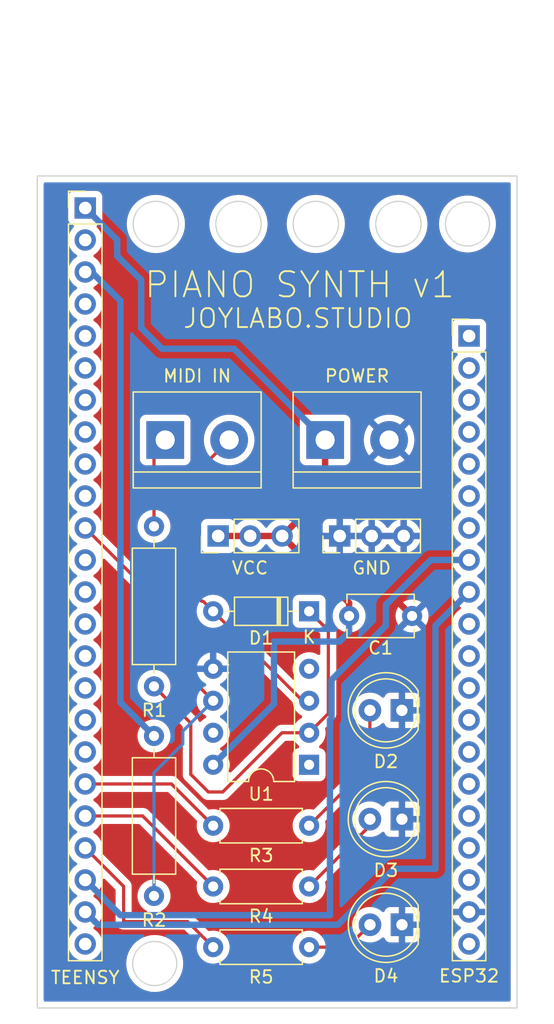
<source format=kicad_pcb>
(kicad_pcb (version 20211014) (generator pcbnew)
  (title_block (title "Piano Synth") (date "2022-05-25") (rev "v1") (company "JOYLABO.STUDIO") (comment 1 "Pool Piano @ Echigo Tsumari"))
  (layers (0 "F.Cu" signal) (31 "B.Cu" signal) (36 "B.SilkS" user "B.Silkscreen") (37 "F.SilkS" user "F.Silkscreen") (38 "B.Mask" user) (39 "F.Mask" user) (44 "Edge.Cuts" user))
  (net 0 "")
  (net 1 "VCC")
  (net 2 "GND")
  (net 3 "Net-(D1-Pad1)")
  (net 4 "Net-(D1-Pad2)")
  (net 5 "Net-(D2-Pad2)")
  (net 6 "Net-(D3-Pad2)")
  (net 7 "Net-(D4-Pad2)")
  (net 8 "Net-(J1-Pad1)")
  (net 9 "+3V3")
  (net 10 "Net-(R2-Pad2)")
  (net 17 "Net-(U2-Pad27)")
  (net 23 "Net-(U3-Pad26)")
  (net 45 "Net-(U3-Pad30)")
  (net 46 "Net-(U3-Pad29)")
  (net 47 "Net-(U3-Pad28)")
  (footprint "Connector_PinHeader_2.54mm:PinHeader_1x03_P2.54mm_Vertical" (layer "F.Cu") (at 109.616 89.535 90)
    (fp_text reference "VCC" (at -2.54 2.525) (layer "F.SilkS"))
    (fp_text value "Conn_01x03_Male")
    (fp_line (start -1.33 1.27) (end 1.33 1.27) (layer "F.SilkS") (width 0.12))
    (fp_line (start -1.33 -1.33) (end 0 -1.33) (layer "F.SilkS") (width 0.12))
    (fp_line (start -1.33 6.41) (end 1.33 6.41) (layer "F.SilkS") (width 0.12))
    (fp_line (start -1.33 1.27) (end -1.33 6.41) (layer "F.SilkS") (width 0.12))
    (fp_line (start -1.33 0) (end -1.33 -1.33) (layer "F.SilkS") (width 0.12))
    (fp_line (start 1.33 1.27) (end 1.33 6.41) (layer "F.SilkS") (width 0.12))
    (pad "1" thru_hole rect (at 0 0 90) (size 1.7 1.7) (drill 1) (layers *.Cu *.Mask) (net 1 "VCC"))
    (pad "2" thru_hole oval (at 0 2.54 90) (size 1.7 1.7) (drill 1) (layers *.Cu *.Mask) (net 1 "VCC"))
    (pad "3" thru_hole oval (at 0 5.08 90) (size 1.7 1.7) (drill 1) (layers *.Cu *.Mask) (net 1 "VCC"))
  )
  (footprint "TerminalBlock:TerminalBlock_bornier-2_P5.08mm" (layer "F.Cu") (at 105.41 81.915)
    (fp_text reference "MIDI IN" (at 2.54 -5.08) (layer "F.SilkS"))
    (fp_text value "Screw_Terminal_01x02")
    (fp_line (start -2.54 -3.81) (end -2.54 3.81) (layer "F.SilkS") (width 0.12))
    (fp_line (start 7.62 3.81) (end 7.62 -3.81) (layer "F.SilkS") (width 0.12))
    (fp_line (start -2.54 3.81) (end 7.62 3.81) (layer "F.SilkS") (width 0.12))
    (fp_line (start 7.62 2.54) (end -2.54 2.54) (layer "F.SilkS") (width 0.12))
    (fp_line (start 7.62 -3.81) (end -2.54 -3.81) (layer "F.SilkS") (width 0.12))
    (pad "1" thru_hole rect (at 0 0) (size 3 3) (drill 1.52) (layers *.Cu *.Mask) (net 8 "Net-(J1-Pad1)"))
    (pad "2" thru_hole circle (at 5.08 0) (size 3 3) (drill 1.52) (layers *.Cu *.Mask) (net 4 "Net-(D1-Pad2)"))
  )
  (footprint "Resistor_THT:R_Axial_DIN0207_L6.3mm_D2.5mm_P7.62mm_Horizontal" (layer "F.Cu") (at 116.84 122.174 180)
    (fp_text reference "R5" (at 3.81 -2.37) (layer "F.SilkS"))
    (fp_text value "68")
    (fp_line (start 0.54 1.04) (end 0.54 1.37) (layer "F.SilkS") (width 0.12))
    (fp_line (start 0.54 -1.04) (end 0.54 -1.37) (layer "F.SilkS") (width 0.12))
    (fp_line (start 0.54 -1.37) (end 7.08 -1.37) (layer "F.SilkS") (width 0.12))
    (fp_line (start 7.08 1.37) (end 7.08 1.04) (layer "F.SilkS") (width 0.12))
    (fp_line (start 0.54 1.37) (end 7.08 1.37) (layer "F.SilkS") (width 0.12))
    (fp_line (start 7.08 -1.37) (end 7.08 -1.04) (layer "F.SilkS") (width 0.12))
    (pad "1" thru_hole circle (at 0 0 180) (size 1.6 1.6) (drill 0.8) (layers *.Cu *.Mask) (net 7 "Net-(D4-Pad2)"))
    (pad "2" thru_hole oval (at 7.62 0 180) (size 1.6 1.6) (drill 0.8) (layers *.Cu *.Mask) (net 47 "Net-(U3-Pad28)"))
  )
  (footprint "Resistor_THT:R_Axial_DIN0309_L9.0mm_D3.2mm_P12.70mm_Horizontal" (layer "F.Cu") (at 104.521 105.41 -90)
    (fp_text reference "R2" (at 14.615 -0.01) (layer "F.SilkS"))
    (fp_text value "470")
    (fp_line (start 1.04 0) (end 1.73 0) (layer "F.SilkS") (width 0.12))
    (fp_line (start 10.97 1.72) (end 10.97 -1.72) (layer "F.SilkS") (width 0.12))
    (fp_line (start 1.73 -1.72) (end 1.73 1.72) (layer "F.SilkS") (width 0.12))
    (fp_line (start 11.66 0) (end 10.97 0) (layer "F.SilkS") (width 0.12))
    (fp_line (start 10.97 -1.72) (end 1.73 -1.72) (layer "F.SilkS") (width 0.12))
    (fp_line (start 1.73 1.72) (end 10.97 1.72) (layer "F.SilkS") (width 0.12))
    (pad "1" thru_hole circle (at 0 0 270) (size 1.6 1.6) (drill 0.8) (layers *.Cu *.Mask) (net 9 "+3V3"))
    (pad "2" thru_hole oval (at 12.7 0 270) (size 1.6 1.6) (drill 0.8) (layers *.Cu *.Mask) (net 10 "Net-(R2-Pad2)"))
  )
  (footprint "Resistor_THT:R_Axial_DIN0309_L9.0mm_D3.2mm_P12.70mm_Horizontal" (layer "F.Cu") (at 104.521 101.473 90)
    (fp_text reference "R1" (at -1.905 0.01) (layer "F.SilkS"))
    (fp_text value "220")
    (fp_line (start 1.73 -1.72) (end 1.73 1.72) (layer "F.SilkS") (width 0.12))
    (fp_line (start 1.73 1.72) (end 10.97 1.72) (layer "F.SilkS") (width 0.12))
    (fp_line (start 10.97 1.72) (end 10.97 -1.72) (layer "F.SilkS") (width 0.12))
    (fp_line (start 1.04 0) (end 1.73 0) (layer "F.SilkS") (width 0.12))
    (fp_line (start 11.66 0) (end 10.97 0) (layer "F.SilkS") (width 0.12))
    (fp_line (start 10.97 -1.72) (end 1.73 -1.72) (layer "F.SilkS") (width 0.12))
    (pad "1" thru_hole circle (at 0 0 90) (size 1.6 1.6) (drill 0.8) (layers *.Cu *.Mask) (net 3 "Net-(D1-Pad1)"))
    (pad "2" thru_hole oval (at 12.7 0 90) (size 1.6 1.6) (drill 0.8) (layers *.Cu *.Mask) (net 8 "Net-(J1-Pad1)"))
  )
  (footprint "Connector_PinHeader_2.54mm:PinHeader_1x03_P2.54mm_Vertical" (layer "F.Cu") (at 119.268 89.535 90)
    (fp_text reference "GND" (at -2.54 2.54) (layer "F.SilkS"))
    (fp_text value "Conn_01x03_Male")
    (fp_line (start -1.33 1.27) (end -1.33 6.41) (layer "F.SilkS") (width 0.12))
    (fp_line (start -1.33 0) (end -1.33 -1.33) (layer "F.SilkS") (width 0.12))
    (fp_line (start -1.33 6.41) (end 1.33 6.41) (layer "F.SilkS") (width 0.12))
    (fp_line (start -1.33 1.27) (end 1.33 1.27) (layer "F.SilkS") (width 0.12))
    (fp_line (start 1.33 1.27) (end 1.33 6.41) (layer "F.SilkS") (width 0.12))
    (fp_line (start -1.33 -1.33) (end 0 -1.33) (layer "F.SilkS") (width 0.12))
    (pad "1" thru_hole rect (at 0 0 90) (size 1.7 1.7) (drill 1) (layers *.Cu *.Mask) (net 2 "GND"))
    (pad "2" thru_hole oval (at 0 2.54 90) (size 1.7 1.7) (drill 1) (layers *.Cu *.Mask) (net 2 "GND"))
    (pad "3" thru_hole oval (at 0 5.08 90) (size 1.7 1.7) (drill 1) (layers *.Cu *.Mask) (net 2 "GND"))
  )
  (footprint "Connector_PinHeader_2.54mm:PinHeader_1x24_P2.54mm_Vertical" (layer "F.Cu") (at 99.06 63.5)
    (fp_text reference "TEENSY" (at 0 61.087) (layer "F.SilkS"))
    (fp_text value "Conn_01x24_Male")
    (fp_line (start -1.33 59.75) (end 1.33 59.75) (layer "F.SilkS") (width 0.12))
    (fp_line (start 1.33 1.27) (end 1.33 59.75) (layer "F.SilkS") (width 0.12))
    (fp_line (start -1.33 0) (end -1.33 -1.33) (layer "F.SilkS") (width 0.12))
    (fp_line (start -1.33 1.27) (end 1.33 1.27) (layer "F.SilkS") (width 0.12))
    (fp_line (start -1.33 1.27) (end -1.33 59.75) (layer "F.SilkS") (width 0.12))
    (fp_line (start -1.33 -1.33) (end 0 -1.33) (layer "F.SilkS") (width 0.12))
    (pad "1" thru_hole rect (at 0 0) (size 1.7 1.7) (drill 1) (layers *.Cu *.Mask) (net 1 "VCC"))
    (pad "2" thru_hole oval (at 0 2.54) (size 1.7 1.7) (drill 1) (layers *.Cu *.Mask))
    (pad "3" thru_hole oval (at 0 5.08) (size 1.7 1.7) (drill 1) (layers *.Cu *.Mask) (net 9 "+3V3"))
    (pad "4" thru_hole oval (at 0 7.62) (size 1.7 1.7) (drill 1) (layers *.Cu *.Mask))
    (pad "5" thru_hole oval (at 0 10.16) (size 1.7 1.7) (drill 1) (layers *.Cu *.Mask))
    (pad "6" thru_hole oval (at 0 12.7) (size 1.7 1.7) (drill 1) (layers *.Cu *.Mask))
    (pad "7" thru_hole oval (at 0 15.24) (size 1.7 1.7) (drill 1) (layers *.Cu *.Mask))
    (pad "8" thru_hole oval (at 0 17.78) (size 1.7 1.7) (drill 1) (layers *.Cu *.Mask))
    (pad "9" thru_hole oval (at 0 20.32) (size 1.7 1.7) (drill 1) (layers *.Cu *.Mask))
    (pad "10" thru_hole oval (at 0 22.86) (size 1.7 1.7) (drill 1) (layers *.Cu *.Mask))
    (pad "11" thru_hole oval (at 0 25.4) (size 1.7 1.7) (drill 1) (layers *.Cu *.Mask) (net 10 "Net-(R2-Pad2)"))
    (pad "12" thru_hole oval (at 0 27.94) (size 1.7 1.7) (drill 1) (layers *.Cu *.Mask))
    (pad "13" thru_hole oval (at 0 30.48) (size 1.7 1.7) (drill 1) (layers *.Cu *.Mask))
    (pad "14" thru_hole oval (at 0 33.02) (size 1.7 1.7) (drill 1) (layers *.Cu *.Mask))
    (pad "15" thru_hole oval (at 0 35.56) (size 1.7 1.7) (drill 1) (layers *.Cu *.Mask))
    (pad "16" thru_hole oval (at 0 38.1) (size 1.7 1.7) (drill 1) (layers *.Cu *.Mask))
    (pad "17" thru_hole oval (at 0 40.64) (size 1.7 1.7) (drill 1) (layers *.Cu *.Mask))
    (pad "18" thru_hole oval (at 0 43.18) (size 1.7 1.7) (drill 1) (layers *.Cu *.Mask))
    (pad "19" thru_hole oval (at 0 45.72) (size 1.7 1.7) (drill 1) (layers *.Cu *.Mask) (net 45 "Net-(U3-Pad30)"))
    (pad "20" thru_hole oval (at 0 48.26) (size 1.7 1.7) (drill 1) (layers *.Cu *.Mask) (net 46 "Net-(U3-Pad29)"))
    (pad "21" thru_hole oval (at 0 50.8) (size 1.7 1.7) (drill 1) (layers *.Cu *.Mask) (net 47 "Net-(U3-Pad28)"))
    (pad "22" thru_hole oval (at 0 53.34) (size 1.7 1.7) (drill 1) (layers *.Cu *.Mask) (net 17 "Net-(U2-Pad27)"))
    (pad "23" thru_hole oval (at 0 55.88) (size 1.7 1.7) (drill 1) (layers *.Cu *.Mask) (net 23 "Net-(U3-Pad26)"))
    (pad "24" thru_hole oval (at 0 58.42) (size 1.7 1.7) (drill 1) (layers *.Cu *.Mask))
  )
  (footprint "Diode_THT:D_DO-35_SOD27_P7.62mm_Horizontal" (layer "F.Cu") (at 116.84 95.514 180)
    (fp_text reference "D1" (at 3.81 -2.12) (layer "F.SilkS"))
    (fp_text value "1N4148")
    (fp_text user "K" (at 0 -2.042) (layer "F.SilkS"))
    (fp_line (start 1.69 1.12) (end 5.93 1.12) (layer "F.SilkS") (width 0.12))
    (fp_line (start 2.41 -1.12) (end 2.41 1.12) (layer "F.SilkS") (width 0.12))
    (fp_line (start 6.58 0) (end 5.93 0) (layer "F.SilkS") (width 0.12))
    (fp_line (start 5.93 1.12) (end 5.93 -1.12) (layer "F.SilkS") (width 0.12))
    (fp_line (start 5.93 -1.12) (end 1.69 -1.12) (layer "F.SilkS") (width 0.12))
    (fp_line (start 1.69 -1.12) (end 1.69 1.12) (layer "F.SilkS") (width 0.12))
    (fp_line (start 2.29 -1.12) (end 2.29 1.12) (layer "F.SilkS") (width 0.12))
    (fp_line (start 2.53 -1.12) (end 2.53 1.12) (layer "F.SilkS") (width 0.12))
    (fp_line (start 1.04 0) (end 1.69 0) (layer "F.SilkS") (width 0.12))
    (pad "1" thru_hole rect (at 0 0 180) (size 1.6 1.6) (drill 0.8) (layers *.Cu *.Mask) (net 3 "Net-(D1-Pad1)"))
    (pad "2" thru_hole oval (at 7.62 0 180) (size 1.6 1.6) (drill 0.8) (layers *.Cu *.Mask) (net 4 "Net-(D1-Pad2)"))
  )
  (footprint "TerminalBlock:TerminalBlock_bornier-2_P5.08mm" (layer "F.Cu") (at 118.11 81.915)
    (fp_text reference "POWER" (at 2.54 -5.08) (layer "F.SilkS"))
    (fp_text value "Screw_Terminal_01x02")
    (fp_line (start 7.62 -3.81) (end -2.54 -3.81) (layer "F.SilkS") (width 0.12))
    (fp_line (start -2.54 -3.81) (end -2.54 3.81) (layer "F.SilkS") (width 0.12))
    (fp_line (start -2.54 3.81) (end 7.62 3.81) (layer "F.SilkS") (width 0.12))
    (fp_line (start 7.62 3.81) (end 7.62 -3.81) (layer "F.SilkS") (width 0.12))
    (fp_line (start 7.62 2.54) (end -2.54 2.54) (layer "F.SilkS") (width 0.12))
    (pad "1" thru_hole rect (at 0 0) (size 3 3) (drill 1.52) (layers *.Cu *.Mask) (net 1 "VCC"))
    (pad "2" thru_hole circle (at 5.08 0) (size 3 3) (drill 1.52) (layers *.Cu *.Mask) (net 2 "GND"))
  )
  (footprint "Connector_PinHeader_2.54mm:PinHeader_1x20_P2.54mm_Vertical" (layer "F.Cu") (at 129.54 73.66)
    (fp_text reference "ESP32" (at 0 50.8) (layer "F.SilkS"))
    (fp_text value "Conn_01x20_Male")
    (fp_line (start -1.33 0) (end -1.33 -1.33) (layer "F.SilkS") (width 0.12))
    (fp_line (start 1.33 1.27) (end 1.33 49.59) (layer "F.SilkS") (width 0.12))
    (fp_line (start -1.33 1.27) (end -1.33 49.59) (layer "F.SilkS") (width 0.12))
    (fp_line (start -1.33 1.27) (end 1.33 1.27) (layer "F.SilkS") (width 0.12))
    (fp_line (start -1.33 -1.33) (end 0 -1.33) (layer "F.SilkS") (width 0.12))
    (fp_line (start -1.33 49.59) (end 1.33 49.59) (layer "F.SilkS") (width 0.12))
    (pad "1" thru_hole rect (at 0 0) (size 1.7 1.7) (drill 1) (layers *.Cu *.Mask))
    (pad "2" thru_hole oval (at 0 2.54) (size 1.7 1.7) (drill 1) (layers *.Cu *.Mask))
    (pad "3" thru_hole oval (at 0 5.08) (size 1.7 1.7) (drill 1) (layers *.Cu *.Mask))
    (pad "4" thru_hole oval (at 0 7.62) (size 1.7 1.7) (drill 1) (layers *.Cu *.Mask))
    (pad "5" thru_hole oval (at 0 10.16) (size 1.7 1.7) (drill 1) (layers *.Cu *.Mask))
    (pad "6" thru_hole oval (at 0 12.7) (size 1.7 1.7) (drill 1) (layers *.Cu *.Mask))
    (pad "7" thru_hole oval (at 0 15.24) (size 1.7 1.7) (drill 1) (layers *.Cu *.Mask))
    (pad "8" thru_hole oval (at 0 17.78) (size 1.7 1.7) (drill 1) (layers *.Cu *.Mask) (net 17 "Net-(U2-Pad27)"))
    (pad "9" thru_hole oval (at 0 20.32) (size 1.7 1.7) (drill 1) (layers *.Cu *.Mask) (net 23 "Net-(U3-Pad26)"))
    (pad "10" thru_hole oval (at 0 22.86) (size 1.7 1.7) (drill 1) (layers *.Cu *.Mask))
    (pad "11" thru_hole oval (at 0 25.4) (size 1.7 1.7) (drill 1) (layers *.Cu *.Mask))
    (pad "12" thru_hole oval (at 0 27.94) (size 1.7 1.7) (drill 1) (layers *.Cu *.Mask))
    (pad "13" thru_hole oval (at 0 30.48) (size 1.7 1.7) (drill 1) (layers *.Cu *.Mask))
    (pad "14" thru_hole oval (at 0 33.02) (size 1.7 1.7) (drill 1) (layers *.Cu *.Mask))
    (pad "15" thru_hole oval (at 0 35.56) (size 1.7 1.7) (drill 1) (layers *.Cu *.Mask))
    (pad "16" thru_hole oval (at 0 38.1) (size 1.7 1.7) (drill 1) (layers *.Cu *.Mask))
    (pad "17" thru_hole oval (at 0 40.64) (size 1.7 1.7) (drill 1) (layers *.Cu *.Mask))
    (pad "18" thru_hole oval (at 0 43.18) (size 1.7 1.7) (drill 1) (layers *.Cu *.Mask))
    (pad "19" thru_hole oval (at 0 45.72) (size 1.7 1.7) (drill 1) (layers *.Cu *.Mask) (net 2 "GND"))
    (pad "20" thru_hole oval (at 0 48.26) (size 1.7 1.7) (drill 1) (layers *.Cu *.Mask))
  )
  (footprint "LED_THT:LED_D5.0mm" (layer "F.Cu") (at 124.206 112.014 180)
    (fp_text reference "D3" (at 1.27 -4.064) (layer "F.SilkS"))
    (fp_text value "YEL")
    (fp_line (start -1.29 -1.545) (end -1.29 1.545) (layer "F.SilkS") (width 0.12))
    (fp_arc (start 4.26 -0.000462) (mid 2.072002 2.880433) (end -1.29 1.54483) (layer "F.SilkS") (width 0.12))
    (fp_arc (start -1.29 -1.54483) (mid 2.072002 -2.880433) (end 4.26 0.000462) (layer "F.SilkS") (width 0.12))
    (fp_circle (center 1.27 0) (end 3.77 0) (layer "F.SilkS") (width 0.12) (fill none))
    (pad "1" thru_hole rect (at 0 0 180) (size 1.8 1.8) (drill 0.9) (layers *.Cu *.Mask) (net 2 "GND"))
    (pad "2" thru_hole circle (at 2.54 0 180) (size 1.8 1.8) (drill 0.9) (layers *.Cu *.Mask) (net 6 "Net-(D3-Pad2)"))
  )
  (footprint "Package_DIP:DIP-8_W7.62mm" (layer "F.Cu") (at 116.84 107.696 180)
    (fp_text reference "U1" (at 3.81 -2.33) (layer "F.SilkS"))
    (fp_text value "6N138")
    (fp_line (start 1.16 8.95) (end 6.46 8.95) (layer "F.SilkS") (width 0.12))
    (fp_line (start 6.46 8.95) (end 6.46 -1.33) (layer "F.SilkS") (width 0.12))
    (fp_line (start 1.16 -1.33) (end 1.16 8.95) (layer "F.SilkS") (width 0.12))
    (fp_line (start 6.46 -1.33) (end 4.81 -1.33) (layer "F.SilkS") (width 0.12))
    (fp_line (start 2.81 -1.33) (end 1.16 -1.33) (layer "F.SilkS") (width 0.12))
    (fp_arc (start 4.81 -1.33) (mid 3.81 -0.33) (end 2.81 -1.33) (layer "F.SilkS") (width 0.12))
    (pad "1" thru_hole rect (at 0 0 180) (size 1.6 1.6) (drill 0.8) (layers *.Cu *.Mask))
    (pad "2" thru_hole oval (at 0 2.54 180) (size 1.6 1.6) (drill 0.8) (layers *.Cu *.Mask) (net 3 "Net-(D1-Pad1)"))
    (pad "3" thru_hole oval (at 0 5.08 180) (size 1.6 1.6) (drill 0.8) (layers *.Cu *.Mask) (net 4 "Net-(D1-Pad2)"))
    (pad "4" thru_hole oval (at 0 7.62 180) (size 1.6 1.6) (drill 0.8) (layers *.Cu *.Mask))
    (pad "5" thru_hole oval (at 7.62 7.62 180) (size 1.6 1.6) (drill 0.8) (layers *.Cu *.Mask) (net 2 "GND"))
    (pad "6" thru_hole oval (at 7.62 5.08 180) (size 1.6 1.6) (drill 0.8) (layers *.Cu *.Mask) (net 10 "Net-(R2-Pad2)"))
    (pad "7" thru_hole oval (at 7.62 2.54 180) (size 1.6 1.6) (drill 0.8) (layers *.Cu *.Mask))
    (pad "8" thru_hole oval (at 7.62 0 180) (size 1.6 1.6) (drill 0.8) (layers *.Cu *.Mask) (net 1 "VCC"))
  )
  (footprint "LED_THT:LED_D5.0mm" (layer "F.Cu") (at 124.206 103.378 180)
    (fp_text reference "D2" (at 1.27 -4.064) (layer "F.SilkS"))
    (fp_text value "GRN")
    (fp_line (start -1.29 -1.545) (end -1.29 1.545) (layer "F.SilkS") (width 0.12))
    (fp_arc (start 4.26 -0.000462) (mid 2.072002 2.880433) (end -1.29 1.54483) (layer "F.SilkS") (width 0.12))
    (fp_arc (start -1.29 -1.54483) (mid 2.072002 -2.880433) (end 4.26 0.000462) (layer "F.SilkS") (width 0.12))
    (fp_circle (center 1.27 0) (end 3.77 0) (layer "F.SilkS") (width 0.12) (fill none))
    (pad "1" thru_hole rect (at 0 0 180) (size 1.8 1.8) (drill 0.9) (layers *.Cu *.Mask) (net 2 "GND"))
    (pad "2" thru_hole circle (at 2.54 0 180) (size 1.8 1.8) (drill 0.9) (layers *.Cu *.Mask) (net 5 "Net-(D2-Pad2)"))
  )
  (footprint "Capacitor_THT:C_Disc_D5.1mm_W3.2mm_P5.00mm" (layer "F.Cu") (at 120.015 95.885)
    (fp_text reference "C1" (at 2.5 2.54) (layer "F.SilkS"))
    (fp_text value "0.1uF")
    (fp_line (start -0.17 -1.721) (end 5.17 -1.721) (layer "F.SilkS") (width 0.12))
    (fp_line (start 5.17 1.055) (end 5.17 1.721) (layer "F.SilkS") (width 0.12))
    (fp_line (start -0.17 1.721) (end 5.17 1.721) (layer "F.SilkS") (width 0.12))
    (fp_line (start -0.17 -1.721) (end -0.17 -1.055) (layer "F.SilkS") (width 0.12))
    (fp_line (start -0.17 1.055) (end -0.17 1.721) (layer "F.SilkS") (width 0.12))
    (fp_line (start 5.17 -1.721) (end 5.17 -1.055) (layer "F.SilkS") (width 0.12))
    (pad "1" thru_hole circle (at 0 0) (size 1.6 1.6) (drill 0.8) (layers *.Cu *.Mask) (net 1 "VCC"))
    (pad "2" thru_hole circle (at 5 0) (size 1.6 1.6) (drill 0.8) (layers *.Cu *.Mask) (net 2 "GND"))
  )
  (footprint "Resistor_THT:R_Axial_DIN0207_L6.3mm_D2.5mm_P7.62mm_Horizontal" (layer "F.Cu") (at 116.84 117.358 180)
    (fp_text reference "R4" (at 3.81 -2.37) (layer "F.SilkS"))
    (fp_text value "68")
    (fp_line (start 0.54 -1.04) (end 0.54 -1.37) (layer "F.SilkS") (width 0.12))
    (fp_line (start 0.54 -1.37) (end 7.08 -1.37) (layer "F.SilkS") (width 0.12))
    (fp_line (start 7.08 1.37) (end 7.08 1.04) (layer "F.SilkS") (width 0.12))
    (fp_line (start 7.08 -1.37) (end 7.08 -1.04) (layer "F.SilkS") (width 0.12))
    (fp_line (start 0.54 1.37) (end 7.08 1.37) (layer "F.SilkS") (width 0.12))
    (fp_line (start 0.54 1.04) (end 0.54 1.37) (layer "F.SilkS") (width 0.12))
    (pad "1" thru_hole circle (at 0 0 180) (size 1.6 1.6) (drill 0.8) (layers *.Cu *.Mask) (net 6 "Net-(D3-Pad2)"))
    (pad "2" thru_hole oval (at 7.62 0 180) (size 1.6 1.6) (drill 0.8) (layers *.Cu *.Mask) (net 46 "Net-(U3-Pad29)"))
  )
  (footprint "Resistor_THT:R_Axial_DIN0207_L6.3mm_D2.5mm_P7.62mm_Horizontal" (layer "F.Cu") (at 116.84 112.532 180)
    (fp_text reference "R3" (at 3.81 -2.37) (layer "F.SilkS"))
    (fp_text value "15")
    (fp_line (start 0.54 -1.37) (end 7.08 -1.37) (layer "F.SilkS") (width 0.12))
    (fp_line (start 7.08 -1.37) (end 7.08 -1.04) (layer "F.SilkS") (width 0.12))
    (fp_line (start 0.54 1.37) (end 7.08 1.37) (layer "F.SilkS") (width 0.12))
    (fp_line (start 0.54 1.04) (end 0.54 1.37) (layer "F.SilkS") (width 0.12))
    (fp_line (start 7.08 1.37) (end 7.08 1.04) (layer "F.SilkS") (width 0.12))
    (fp_line (start 0.54 -1.04) (end 0.54 -1.37) (layer "F.SilkS") (width 0.12))
    (pad "1" thru_hole circle (at 0 0 180) (size 1.6 1.6) (drill 0.8) (layers *.Cu *.Mask) (net 5 "Net-(D2-Pad2)"))
    (pad "2" thru_hole oval (at 7.62 0 180) (size 1.6 1.6) (drill 0.8) (layers *.Cu *.Mask) (net 45 "Net-(U3-Pad30)"))
  )
  (footprint "LED_THT:LED_D5.0mm" (layer "F.Cu") (at 124.211 120.396 180)
    (fp_text reference "D4" (at 1.275 -4.064) (layer "F.SilkS"))
    (fp_text value "RED")
    (fp_line (start -1.29 -1.545) (end -1.29 1.545) (layer "F.SilkS") (width 0.12))
    (fp_arc (start 4.26 -0.000462) (mid 2.072002 2.880433) (end -1.29 1.54483) (layer "F.SilkS") (width 0.12))
    (fp_arc (start -1.29 -1.54483) (mid 2.072002 -2.880433) (end 4.26 0.000462) (layer "F.SilkS") (width 0.12))
    (fp_circle (center 1.27 0) (end 3.77 0) (layer "F.SilkS") (width 0.12) (fill none))
    (pad "1" thru_hole rect (at 0 0 180) (size 1.8 1.8) (drill 0.9) (layers *.Cu *.Mask) (net 2 "GND"))
    (pad "2" thru_hole circle (at 2.54 0 180) (size 1.8 1.8) (drill 0.9) (layers *.Cu *.Mask) (net 7 "Net-(D4-Pad2)"))
  )
  (gr_circle (center 123.93 64.77) (end 125.73 64.77) (layer "Edge.Cuts") (width 0.1) (fill none))
  (gr_circle (center 111.23 64.77) (end 113.03 64.77) (layer "Edge.Cuts") (width 0.1) (fill none))
  (gr_line (start 95.25 60.96) (end 133.35 60.96) (layer "Edge.Cuts") (width 0.1))
  (gr_circle (center 104.579325 123.472) (end 106.329325 123.472) (layer "Edge.Cuts") (width 0.1) (fill none))
  (gr_circle (center 129.413 64.77) (end 131.163 64.77) (layer "Edge.Cuts") (width 0.1) (fill none))
  (gr_line (start 133.35 127) (end 95.25 127) (layer "Edge.Cuts") (width 0.1))
  (gr_circle (center 104.67 64.77) (end 106.47 64.77) (layer "Edge.Cuts") (width 0.1) (fill none))
  (gr_line (start 133.35 60.96) (end 133.35 127) (layer "Edge.Cuts") (width 0.1))
  (gr_circle (center 117.37 64.77) (end 119.17 64.77) (layer "Edge.Cuts") (width 0.1) (fill none))
  (gr_line (start 95.25 127) (end 95.25 60.96) (layer "Edge.Cuts") (width 0.1))
  (gr_text "PIANO SYNTH v1" (at 116.078 69.596) (layer "F.SilkS") (effects (font (size 2 2))))
  (gr_text "JOYLABO.STUDIO" (at 115.951 72.263) (layer "F.SilkS") (effects (font (size 1.5 1.5))))
  (segment (start 114.696 89.535) (end 109.616 89.535) (width 0.508) (layer "F.Cu") (net 1))
  (segment (start 120.015 94.854) (end 120.015 95.885) (width 0.508) (layer "F.Cu") (net 1))
  (segment (start 118.11 81.915) (end 118.11 86.121) (width 0.508) (layer "F.Cu") (net 1))
  (segment (start 118.11 86.121) (end 114.696 89.535) (width 0.508) (layer "F.Cu") (net 1))
  (segment (start 114.696 89.535) (end 120.015 94.854) (width 0.508) (layer "F.Cu") (net 1))
  (segment (start 101.6 66.04) (end 101.6 67.31) (width 0.508) (layer "B.Cu") (net 1))
  (segment (start 114.046 102.87) (end 109.22 107.696) (width 0.508) (layer "B.Cu") (net 1))
  (segment (start 114.046 97.917) (end 114.046 102.87) (width 0.508) (layer "B.Cu") (net 1))
  (segment (start 101.6 67.31) (end 103.505 69.215) (width 0.508) (layer "B.Cu") (net 1))
  (segment (start 99.06 63.5) (end 101.6 66.04) (width 0.508) (layer "B.Cu") (net 1))
  (segment (start 120.015 97.155) (end 119.253 97.917) (width 0.508) (layer "B.Cu") (net 1))
  (segment (start 110.871 74.676) (end 105.156 74.676) (width 0.508) (layer "B.Cu") (net 1))
  (segment (start 105.156 74.676) (end 103.505 73.025) (width 0.508) (layer "B.Cu") (net 1))
  (segment (start 118.11 81.915) (end 110.871 74.676) (width 0.508) (layer "B.Cu") (net 1))
  (segment (start 120.015 95.885) (end 120.015 97.155) (width 0.508) (layer "B.Cu") (net 1))
  (segment (start 119.253 97.917) (end 114.046 97.917) (width 0.508) (layer "B.Cu") (net 1))
  (segment (start 103.505 69.215) (end 103.505 73.025) (width 0.508) (layer "B.Cu") (net 1))
  (segment (start 109.982 109.855) (end 114.681 105.156) (width 0.254) (layer "F.Cu") (net 3))
  (segment (start 107.442 108.458) (end 108.839 109.855) (width 0.254) (layer "F.Cu") (net 3))
  (segment (start 116.84 95.514) (end 117.918911 96.592911) (width 0.254) (layer "F.Cu") (net 3))
  (segment (start 118.364 103.632) (end 116.84 105.156) (width 0.254) (layer "F.Cu") (net 3))
  (segment (start 117.918911 96.592911) (end 117.928911 96.592911) (width 0.254) (layer "F.Cu") (net 3))
  (segment (start 104.521 101.473) (end 107.442 104.394) (width 0.254) (layer "F.Cu") (net 3))
  (segment (start 107.442 104.394) (end 107.442 108.458) (width 0.254) (layer "F.Cu") (net 3))
  (segment (start 108.839 109.855) (end 109.982 109.855) (width 0.254) (layer "F.Cu") (net 3))
  (segment (start 117.928911 96.592911) (end 118.364 97.028) (width 0.254) (layer "F.Cu") (net 3))
  (segment (start 118.364 97.028) (end 118.364 103.632) (width 0.254) (layer "F.Cu") (net 3))
  (segment (start 114.681 105.156) (end 116.84 105.156) (width 0.254) (layer "F.Cu") (net 3))
  (segment (start 109.22 95.514) (end 108.420001 94.714001) (width 0.254) (layer "F.Cu") (net 4))
  (segment (start 106.934 93.345) (end 106.934 85.471) (width 0.254) (layer "F.Cu") (net 4))
  (segment (start 116.322 102.616) (end 116.84 102.616) (width 0.254) (layer "F.Cu") (net 4))
  (segment (start 109.22 95.514) (end 116.322 102.616) (width 0.254) (layer "F.Cu") (net 4))
  (segment (start 106.934 85.471) (end 110.49 81.915) (width 0.254) (layer "F.Cu") (net 4))
  (segment (start 108.303001 94.714001) (end 106.934 93.345) (width 0.254) (layer "F.Cu") (net 4))
  (segment (start 108.420001 94.714001) (end 108.303001 94.714001) (width 0.254) (layer "F.Cu") (net 4))
  (segment (start 121.666 107.706) (end 121.666 103.378) (width 0.254) (layer "F.Cu") (net 5))
  (segment (start 116.84 112.532) (end 121.666 107.706) (width 0.254) (layer "F.Cu") (net 5))
  (segment (start 121.666 112.532) (end 121.666 112.014) (width 0.254) (layer "F.Cu") (net 6))
  (segment (start 116.84 117.358) (end 121.666 112.532) (width 0.254) (layer "F.Cu") (net 6))
  (segment (start 116.84 122.174) (end 119.893 122.174) (width 0.254) (layer "F.Cu") (net 7))
  (segment (start 119.893 122.174) (end 121.671 120.396) (width 0.254) (layer "F.Cu") (net 7))
  (segment (start 104.521 88.773) (end 104.521 82.804) (width 0.254) (layer "F.Cu") (net 8))
  (segment (start 104.521 82.804) (end 105.41 81.915) (width 0.254) (layer "F.Cu") (net 8))
  (segment (start 104.521 105.41) (end 101.854 102.743) (width 0.508) (layer "B.Cu") (net 9))
  (segment (start 99.568 68.58) (end 99.06 68.58) (width 0.508) (layer "B.Cu") (net 9))
  (segment (start 101.854 102.743) (end 101.854 70.866) (width 0.508) (layer "B.Cu") (net 9))
  (segment (start 101.854 70.866) (end 99.568 68.58) (width 0.508) (layer "B.Cu") (net 9))
  (segment (start 107.061 96.901) (end 107.061 100.457) (width 0.254) (layer "F.Cu") (net 10))
  (segment (start 99.06 88.9) (end 107.061 96.901) (width 0.254) (layer "F.Cu") (net 10))
  (segment (start 107.061 100.457) (end 109.22 102.616) (width 0.254) (layer "F.Cu") (net 10))
  (segment (start 104.521 118.11) (end 104.521 108.329188) (width 0.254) (layer "B.Cu") (net 10))
  (segment (start 106.807 106.043188) (end 106.807 105.029) (width 0.254) (layer "B.Cu") (net 10))
  (segment (start 104.521 108.329188) (end 106.807 106.043188) (width 0.254) (layer "B.Cu") (net 10))
  (segment (start 106.807 105.029) (end 109.22 102.616) (width 0.254) (layer "B.Cu") (net 10))
  (segment (start 129.54 91.44) (end 126.492 91.44) (width 0.508) (layer "B.Cu") (net 17))
  (segment (start 118.491 119.634) (end 101.854 119.634) (width 0.508) (layer "B.Cu") (net 17))
  (segment (start 122.936 96.647) (end 118.618 100.965) (width 0.508) (layer "B.Cu") (net 17))
  (segment (start 118.618 100.965) (end 118.618 104.013) (width 0.508) (layer "B.Cu") (net 17))
  (segment (start 126.492 91.44) (end 122.936 94.996) (width 0.508) (layer "B.Cu") (net 17))
  (segment (start 101.854 119.634) (end 99.06 116.84) (width 0.508) (layer "B.Cu") (net 17))
  (segment (start 122.936 94.996) (end 122.936 96.647) (width 0.508) (layer "B.Cu") (net 17))
  (segment (start 118.491 104.14) (end 118.491 119.634) (width 0.508) (layer "B.Cu") (net 17))
  (segment (start 118.618 104.013) (end 118.491 104.14) (width 0.508) (layer "B.Cu") (net 17))
  (segment (start 126.873 96.647) (end 126.873 115.951) (width 0.508) (layer "B.Cu") (net 23))
  (segment (start 129.54 93.98) (end 126.873 96.647) (width 0.508) (layer "B.Cu") (net 23))
  (segment (start 123.571 115.951) (end 119.126 120.396) (width 0.508) (layer "B.Cu") (net 23))
  (segment (start 126.873 115.951) (end 123.571 115.951) (width 0.508) (layer "B.Cu") (net 23))
  (segment (start 100.076 120.396) (end 99.06 119.38) (width 0.508) (layer "B.Cu") (net 23))
  (segment (start 119.126 120.396) (end 100.076 120.396) (width 0.508) (layer "B.Cu") (net 23))
  (segment (start 99.06 109.22) (end 105.908 109.22) (width 0.254) (layer "F.Cu") (net 45))
  (segment (start 105.908 109.22) (end 109.22 112.532) (width 0.254) (layer "F.Cu") (net 45))
  (segment (start 99.06 111.76) (end 103.622 111.76) (width 0.254) (layer "F.Cu") (net 46))
  (segment (start 103.622 111.76) (end 109.22 117.358) (width 0.254) (layer "F.Cu") (net 46))
  (segment (start 99.06 114.3) (end 102.108 117.348) (width 0.254) (layer "F.Cu") (net 47))
  (segment (start 107.188 120.142) (end 109.22 122.174) (width 0.254) (layer "F.Cu") (net 47))
  (segment (start 102.108 120.142) (end 107.188 120.142) (width 0.254) (layer "F.Cu") (net 47))
  (segment (start 102.108 117.348) (end 102.108 120.142) (width 0.254) (layer "F.Cu") (net 47))
  (zone (net 2) (net_name "GND") (layer "F.Cu") (connect_pads (clearance 0.508)) (min_thickness 0.254) (fill yes (thermal_gap 0.508) (thermal_bridge_width 0.508))
    (polygon (pts (xy 134.62 128.27) (xy 93.98 128.27) (xy 93.98 46.99) (xy 134.62 46.99)))
  )
  (zone (net 2) (net_name "GND") (layer "B.Cu") (connect_pads (clearance 0.508)) (min_thickness 0.254) (fill yes (thermal_gap 0.508) (thermal_bridge_width 0.508))
    (polygon (pts (xy 134.62 128.27) (xy 93.98 128.27) (xy 93.98 46.99) (xy 134.62 46.99)))
  )
)
</source>
